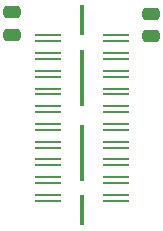
<source format=gbr>
%TF.GenerationSoftware,KiCad,Pcbnew,8.0.4*%
%TF.CreationDate,2024-10-02T17:37:58-07:00*%
%TF.ProjectId,SYZYGY-RGMII-tester,53595a59-4759-42d5-9247-4d49492d7465,rev?*%
%TF.SameCoordinates,Original*%
%TF.FileFunction,Paste,Top*%
%TF.FilePolarity,Positive*%
%FSLAX46Y46*%
G04 Gerber Fmt 4.6, Leading zero omitted, Abs format (unit mm)*
G04 Created by KiCad (PCBNEW 8.0.4) date 2024-10-02 17:37:58*
%MOMM*%
%LPD*%
G01*
G04 APERTURE LIST*
G04 Aperture macros list*
%AMRoundRect*
0 Rectangle with rounded corners*
0 $1 Rounding radius*
0 $2 $3 $4 $5 $6 $7 $8 $9 X,Y pos of 4 corners*
0 Add a 4 corners polygon primitive as box body*
4,1,4,$2,$3,$4,$5,$6,$7,$8,$9,$2,$3,0*
0 Add four circle primitives for the rounded corners*
1,1,$1+$1,$2,$3*
1,1,$1+$1,$4,$5*
1,1,$1+$1,$6,$7*
1,1,$1+$1,$8,$9*
0 Add four rect primitives between the rounded corners*
20,1,$1+$1,$2,$3,$4,$5,0*
20,1,$1+$1,$4,$5,$6,$7,0*
20,1,$1+$1,$6,$7,$8,$9,0*
20,1,$1+$1,$8,$9,$2,$3,0*%
G04 Aperture macros list end*
%ADD10RoundRect,0.250000X0.475000X-0.250000X0.475000X0.250000X-0.475000X0.250000X-0.475000X-0.250000X0*%
%ADD11R,2.270000X0.280000*%
%ADD12R,0.430000X2.540000*%
%ADD13R,0.430000X4.700000*%
G04 APERTURE END LIST*
D10*
%TO.C,C1*%
X116415000Y-76000000D03*
X116415000Y-74100000D03*
%TD*%
D11*
%TO.C,J3*%
X125170000Y-90045000D03*
X119430000Y-90045000D03*
X125170000Y-89545000D03*
X119430000Y-89545000D03*
X125170000Y-88545000D03*
X119430000Y-88545000D03*
X125170000Y-88045000D03*
X119430000Y-88045000D03*
X125170000Y-87045000D03*
X119430000Y-87045000D03*
X125170000Y-86545000D03*
X119430000Y-86545000D03*
X125170000Y-85545000D03*
X119430000Y-85545000D03*
X125170000Y-85045000D03*
X119430000Y-85045000D03*
X125170000Y-84045000D03*
X119430000Y-84045000D03*
X125170000Y-83545000D03*
X119430000Y-83545000D03*
X125170000Y-82545000D03*
X119430000Y-82545000D03*
X125170000Y-82045000D03*
X119430000Y-82045000D03*
X125170000Y-81045000D03*
X119430000Y-81045000D03*
X125170000Y-80545000D03*
X119430000Y-80545000D03*
X125170000Y-79545000D03*
X119430000Y-79545000D03*
X125170000Y-79045000D03*
X119430000Y-79045000D03*
X125170000Y-78045000D03*
X119430000Y-78045000D03*
X125170000Y-77545000D03*
X119430000Y-77545000D03*
X125170000Y-76545000D03*
X119430000Y-76545000D03*
X125170000Y-76045000D03*
X119430000Y-76045000D03*
D12*
X122300000Y-90865000D03*
D13*
X122300000Y-85975000D03*
X122300000Y-79625000D03*
D12*
X122300000Y-74735000D03*
%TD*%
D10*
%TO.C,C2*%
X128115000Y-76100000D03*
X128115000Y-74200000D03*
%TD*%
M02*

</source>
